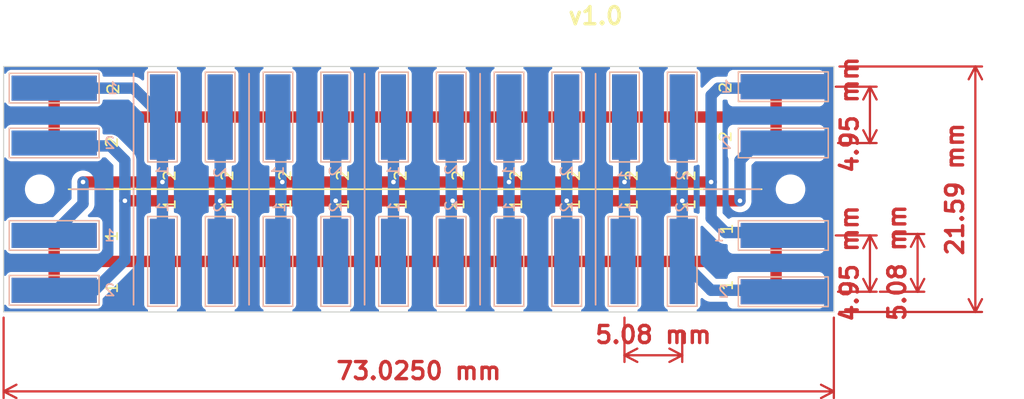
<source format=kicad_pcb>
(kicad_pcb (version 20241229) (generator "pcbnew") (generator_version "9.0")
  (layers (0 "F.Cu" signal) (2 "B.Cu" signal) (13 "F.Paste" user) (15 "B.Paste" user) (5 "F.SilkS" user "F.Silkscreen") (7 "B.SilkS" user "B.Silkscreen") (1 "F.Mask" user) (3 "B.Mask" user) (25 "Edge.Cuts" user))
  (net 0 "")
  (net 1 "Net-(J1-01-Pin_1)")
  (net 2 "Net-(J2-01-Pin_1)")
  (net 3 "Net-(J1-21-Pin_1)")
  (net 4 "Net-(J2-21-Pin_1)")
  (footprint "Wago:Pad_7.5x2.2mm" (layer "F.Cu") (at 133.35 78.74 90)
    (property "Reference" "J2-10" (hide yes))
    (property "Value" "2" (at -5.715 0.635 90) (layer "F.SilkS") (effects (justify left)))
    (fp_line (start 3.95 -1.3) (end 3.95 1.3) (stroke (width 0.12)) (layer "F.SilkS"))
    (fp_line (start -3.95 -1.3) (end 3.95 -1.3) (stroke (width 0.12)) (layer "F.SilkS"))
    (fp_line (start 3.95 1.3) (end -3.95 1.3) (stroke (width 0.12)) (layer "F.SilkS"))
    (fp_line (start -3.95 1.3) (end -3.95 -1.3) (stroke (width 0.12)) (layer "F.SilkS"))
    (pad "1" smd rect (at 0 0 90) (size 7.5 2.2) (layers "F.Cu" "F.Mask") (net 2 "Net-(J2-01-Pin_1)"))
  )
  (footprint "MountingHole:MountingHole_2.1mm" (layer "F.Cu") (at 86.995 85.09)
    (property "Reference" "H1" (hide yes))
    (property "Value" "MountingHole" (hide yes))
    (pad "" np_thru_hole circle (at 0 0) (size 2.1 2.1) (drill 2.1) (layers "*.Cu" "*.Mask"))
  )
  (footprint "Wago:Pad_7.5x2.2mm" (layer "F.Cu") (at 97.79 91.44 90)
    (property "Reference" "J1-03" (hide yes))
    (property "Value" "1" (at 4.445 0.635 90) (layer "F.SilkS") (effects (justify left)))
    (fp_line (start 3.95 -1.3) (end 3.95 1.3) (stroke (width 0.12)) (layer "F.SilkS"))
    (fp_line (start -3.95 -1.3) (end 3.95 -1.3) (stroke (width 0.12)) (layer "F.SilkS"))
    (fp_line (start 3.95 1.3) (end -3.95 1.3) (stroke (width 0.12)) (layer "F.SilkS"))
    (fp_line (start -3.95 1.3) (end -3.95 -1.3) (stroke (width 0.12)) (layer "F.SilkS"))
    (pad "1" smd rect (at 0 0 90) (size 7.5 2.2) (layers "F.Cu" "F.Mask") (net 1 "Net-(J1-01-Pin_1)"))
  )
  (footprint "Wago:Pad_7.5x2.2mm" (layer "F.Cu") (at 152.4 76.073)
    (property "Reference" "J2-18" (hide yes))
    (property "Value" "2" (at -5.08 0.635 90) (layer "F.SilkS") (effects (justify left)))
    (fp_line (start -3.95 -1.3) (end 3.95 -1.3) (stroke (width 0.12)) (layer "F.SilkS"))
    (fp_line (start -3.95 1.3) (end -3.95 -1.3) (stroke (width 0.12)) (layer "F.SilkS"))
    (fp_line (start 3.95 -1.3) (end 3.95 1.3) (stroke (width 0.12)) (layer "F.SilkS"))
    (fp_line (start 3.95 1.3) (end -3.95 1.3) (stroke (width 0.12)) (layer "F.SilkS"))
    (pad "1" smd rect (at 0 0) (size 7.5 2.2) (layers "F.Cu" "F.Mask") (net 2 "Net-(J2-01-Pin_1)"))
  )
  (footprint "Wago:Pad_7.5x2.2mm" (layer "F.Cu") (at 152.4 89.154)
    (property "Reference" "J1-19" (hide yes))
    (property "Value" "1" (at -4.953 0 90) (layer "F.SilkS") (effects (justify left)))
    (fp_line (start -3.95 -1.3) (end 3.95 -1.3) (stroke (width 0.12)) (layer "F.SilkS"))
    (fp_line (start -3.95 1.3) (end -3.95 -1.3) (stroke (width 0.12)) (layer "F.SilkS"))
    (fp_line (start 3.95 -1.3) (end 3.95 1.3) (stroke (width 0.12)) (layer "F.SilkS"))
    (fp_line (start 3.95 1.3) (end -3.95 1.3) (stroke (width 0.12)) (layer "F.SilkS"))
    (pad "1" smd rect (at 0 0) (size 7.5 2.2) (layers "F.Cu" "F.Mask") (net 1 "Net-(J1-01-Pin_1)"))
  )
  (footprint "Wago:Pad_7.5x2.2mm" (layer "F.Cu") (at 118.11 78.74 90)
    (property "Reference" "J2-07" (hide yes))
    (property "Value" "2" (at -5.715 0.635 90) (layer "F.SilkS") (effects (justify left)))
    (fp_line (start 3.95 -1.3) (end 3.95 1.3) (stroke (width 0.12)) (layer "F.SilkS"))
    (fp_line (start -3.95 -1.3) (end 3.95 -1.3) (stroke (width 0.12)) (layer "F.SilkS"))
    (fp_line (start 3.95 1.3) (end -3.95 1.3) (stroke (width 0.12)) (layer "F.SilkS"))
    (fp_line (start -3.95 1.3) (end -3.95 -1.3) (stroke (width 0.12)) (layer "F.SilkS"))
    (pad "1" smd rect (at 0 0 90) (size 7.5 2.2) (layers "F.Cu" "F.Mask") (net 2 "Net-(J2-01-Pin_1)"))
  )
  (footprint "Wago:Pad_7.5x2.2mm" (layer "F.Cu") (at 107.95 91.44 90)
    (property "Reference" "J1-05" (hide yes))
    (property "Value" "1" (at 4.445 0.635 90) (layer "F.SilkS") (effects (justify left)))
    (fp_line (start 3.95 -1.3) (end 3.95 1.3) (stroke (width 0.12)) (layer "F.SilkS"))
    (fp_line (start -3.95 -1.3) (end 3.95 -1.3) (stroke (width 0.12)) (layer "F.SilkS"))
    (fp_line (start 3.95 1.3) (end -3.95 1.3) (stroke (width 0.12)) (layer "F.SilkS"))
    (fp_line (start -3.95 1.3) (end -3.95 -1.3) (stroke (width 0.12)) (layer "F.SilkS"))
    (pad "1" smd rect (at 0 0 90) (size 7.5 2.2) (layers "F.Cu" "F.Mask") (net 1 "Net-(J1-01-Pin_1)"))
  )
  (footprint "Wago:Pad_7.5x2.2mm" (layer "F.Cu") (at 88.265 76.2)
    (property "Reference" "J2-01" (hide yes))
    (property "Value" "2" (at 5.207 0.635 90) (layer "F.SilkS") (effects (justify left)))
    (fp_line (start -3.95 -1.3) (end 3.95 -1.3) (stroke (width 0.12)) (layer "F.SilkS"))
    (fp_line (start -3.95 1.3) (end -3.95 -1.3) (stroke (width 0.12)) (layer "F.SilkS"))
    (fp_line (start 3.95 -1.3) (end 3.95 1.3) (stroke (width 0.12)) (layer "F.SilkS"))
    (fp_line (start 3.95 1.3) (end -3.95 1.3) (stroke (width 0.12)) (layer "F.SilkS"))
    (pad "1" smd rect (at 0 0) (size 7.5 2.2) (layers "F.Cu" "F.Mask") (net 2 "Net-(J2-01-Pin_1)"))
  )
  (footprint "Wago:Pad_7.5x2.2mm" (layer "F.Cu") (at 123.19 91.44 90)
    (property "Reference" "J1-08" (hide yes))
    (property "Value" "1" (at 4.445 0.635 90) (layer "F.SilkS") (effects (justify left)))
    (fp_line (start 3.95 -1.3) (end 3.95 1.3) (stroke (width 0.12)) (layer "F.SilkS"))
    (fp_line (start -3.95 -1.3) (end 3.95 -1.3) (stroke (width 0.12)) (layer "F.SilkS"))
    (fp_line (start 3.95 1.3) (end -3.95 1.3) (stroke (width 0.12)) (layer "F.SilkS"))
    (fp_line (start -3.95 1.3) (end -3.95 -1.3) (stroke (width 0.12)) (layer "F.SilkS"))
    (pad "1" smd rect (at 0 0 90) (size 7.5 2.2) (layers "F.Cu" "F.Mask") (net 1 "Net-(J1-01-Pin_1)"))
  )
  (footprint "Wago:Pad_7.5x2.2mm" (layer "F.Cu") (at 138.43 78.74 -90)
    (property "Reference" "J2-11" (hide yes))
    (property "Value" "2" (at 4.572 -0.635 90) (layer "F.SilkS") (effects (justify right)))
    (fp_line (start -3.95 1.3) (end -3.95 -1.3) (stroke (width 0.12)) (layer "F.SilkS"))
    (fp_line (start 3.95 1.3) (end -3.95 1.3) (stroke (width 0.12)) (layer "F.SilkS"))
    (fp_line (start -3.95 -1.3) (end 3.95 -1.3) (stroke (width 0.12)) (layer "F.SilkS"))
    (fp_line (start 3.95 -1.3) (end 3.95 1.3) (stroke (width 0.12)) (layer "F.SilkS"))
    (pad "1" smd rect (at 0 0 270) (size 7.5 2.2) (layers "F.Cu" "F.Mask") (net 2 "Net-(J2-01-Pin_1)"))
  )
  (footprint "Wago:Pad_7.5x2.2mm" (layer "F.Cu") (at 133.35 91.44 90)
    (property "Reference" "J1-10" (hide yes))
    (property "Value" "1" (at 4.445 0.635 90) (layer "F.SilkS") (effects (justify left)))
    (fp_line (start 3.95 -1.3) (end 3.95 1.3) (stroke (width 0.12)) (layer "F.SilkS"))
    (fp_line (start -3.95 -1.3) (end 3.95 -1.3) (stroke (width 0.12)) (layer "F.SilkS"))
    (fp_line (start 3.95 1.3) (end -3.95 1.3) (stroke (width 0.12)) (layer "F.SilkS"))
    (fp_line (start -3.95 1.3) (end -3.95 -1.3) (stroke (width 0.12)) (layer "F.SilkS"))
    (pad "1" smd rect (at 0 0 90) (size 7.5 2.2) (layers "F.Cu" "F.Mask") (net 1 "Net-(J1-01-Pin_1)"))
  )
  (footprint "Wago:Pad_7.5x2.2mm" (layer "F.Cu") (at 88.265 81.026)
    (property "Reference" "J2-02" (hide yes))
    (property "Value" "2" (at 5.08 0.508 90) (layer "F.SilkS") (effects (justify left)))
    (fp_line (start -3.95 -1.3) (end 3.95 -1.3) (stroke (width 0.12)) (layer "F.SilkS"))
    (fp_line (start -3.95 1.3) (end -3.95 -1.3) (stroke (width 0.12)) (layer "F.SilkS"))
    (fp_line (start 3.95 -1.3) (end 3.95 1.3) (stroke (width 0.12)) (layer "F.SilkS"))
    (fp_line (start 3.95 1.3) (end -3.95 1.3) (stroke (width 0.12)) (layer "F.SilkS"))
    (pad "1" smd rect (at 0 0) (size 7.5 2.2) (layers "F.Cu" "F.Mask") (net 2 "Net-(J2-01-Pin_1)"))
  )
  (footprint "Wago:Pad_7.5x2.2mm" (layer "F.Cu") (at 88.265 89.154)
    (property "Reference" "J1-02" (hide yes))
    (property "Value" "1" (at 5.08 0.635 90) (layer "F.SilkS") (effects (justify left)))
    (fp_line (start -3.95 -1.3) (end 3.95 -1.3) (stroke (width 0.12)) (layer "F.SilkS"))
    (fp_line (start -3.95 1.3) (end -3.95 -1.3) (stroke (width 0.12)) (layer "F.SilkS"))
    (fp_line (start 3.95 -1.3) (end 3.95 1.3) (stroke (width 0.12)) (layer "F.SilkS"))
    (fp_line (start 3.95 1.3) (end -3.95 1.3) (stroke (width 0.12)) (layer "F.SilkS"))
    (pad "1" smd rect (at 0 0) (size 7.5 2.2) (layers "F.Cu" "F.Mask") (net 1 "Net-(J1-01-Pin_1)"))
  )
  (footprint "Wago:Pad_7.5x2.2mm" (layer "F.Cu") (at 107.95 78.74 90)
    (property "Reference" "J2-05" (hide yes))
    (property "Value" "2" (at -5.715 0.635 90) (layer "F.SilkS") (effects (justify left)))
    (fp_line (start 3.95 -1.3) (end 3.95 1.3) (stroke (width 0.12)) (layer "F.SilkS"))
    (fp_line (start -3.95 -1.3) (end 3.95 -1.3) (stroke (width 0.12)) (layer "F.SilkS"))
    (fp_line (start 3.95 1.3) (end -3.95 1.3) (stroke (width 0.12)) (layer "F.SilkS"))
    (fp_line (start -3.95 1.3) (end -3.95 -1.3) (stroke (width 0.12)) (layer "F.SilkS"))
    (pad "1" smd rect (at 0 0 90) (size 7.5 2.2) (layers "F.Cu" "F.Mask") (net 2 "Net-(J2-01-Pin_1)"))
  )
  (footprint "Wago:Pad_7.5x2.2mm" (layer "F.Cu") (at 102.87 78.74 90)
    (property "Reference" "J2-04" (hide yes))
    (property "Value" "2" (at -5.715 0.635 90) (layer "F.SilkS") (effects (justify left)))
    (fp_line (start 3.95 -1.3) (end 3.95 1.3) (stroke (width 0.12)) (layer "F.SilkS"))
    (fp_line (start -3.95 -1.3) (end 3.95 -1.3) (stroke (width 0.12)) (layer "F.SilkS"))
    (fp_line (start 3.95 1.3) (end -3.95 1.3) (stroke (width 0.12)) (layer "F.SilkS"))
    (fp_line (start -3.95 1.3) (end -3.95 -1.3) (stroke (width 0.12)) (layer "F.SilkS"))
    (pad "1" smd rect (at 0 0 90) (size 7.5 2.2) (layers "F.Cu" "F.Mask") (net 2 "Net-(J2-01-Pin_1)"))
  )
  (footprint "Wago:Pad_7.5x2.2mm" (layer "F.Cu") (at 102.87 91.44 90)
    (property "Reference" "J1-04" (hide yes))
    (property "Value" "1" (at 4.445 0.635 90) (layer "F.SilkS") (effects (justify left)))
    (fp_line (start 3.95 -1.3) (end 3.95 1.3) (stroke (width 0.12)) (layer "F.SilkS"))
    (fp_line (start -3.95 -1.3) (end 3.95 -1.3) (stroke (width 0.12)) (layer "F.SilkS"))
    (fp_line (start 3.95 1.3) (end -3.95 1.3) (stroke (width 0.12)) (layer "F.SilkS"))
    (fp_line (start -3.95 1.3) (end -3.95 -1.3) (stroke (width 0.12)) (layer "F.SilkS"))
    (pad "1" smd rect (at 0 0 90) (size 7.5 2.2) (layers "F.Cu" "F.Mask") (net 1 "Net-(J1-01-Pin_1)"))
  )
  (footprint "Wago:Pad_7.5x2.2mm" (layer "F.Cu") (at 152.4 81.026)
    (property "Reference" "J2-19" (hide yes))
    (property "Value" "2" (at -5.08 0 90) (layer "F.SilkS") (effects (justify left)))
    (fp_line (start -3.95 -1.3) (end 3.95 -1.3) (stroke (width 0.12)) (layer "F.SilkS"))
    (fp_line (start -3.95 1.3) (end -3.95 -1.3) (stroke (width 0.12)) (layer "F.SilkS"))
    (fp_line (start 3.95 -1.3) (end 3.95 1.3) (stroke (width 0.12)) (layer "F.SilkS"))
    (fp_line (start 3.95 1.3) (end -3.95 1.3) (stroke (width 0.12)) (layer "F.SilkS"))
    (pad "1" smd rect (at 0 0) (size 7.5 2.2) (layers "F.Cu" "F.Mask") (net 2 "Net-(J2-01-Pin_1)"))
  )
  (footprint "Wago:Pad_7.5x2.2mm" (layer "F.Cu") (at 97.79 78.74 90)
    (property "Reference" "J2-03" (hide yes))
    (property "Value" "2" (at -5.715 0.635 90) (layer "F.SilkS") (effects (justify left)))
    (fp_line (start 3.95 -1.3) (end 3.95 1.3) (stroke (width 0.12)) (layer "F.SilkS"))
    (fp_line (start -3.95 -1.3) (end 3.95 -1.3) (stroke (width 0.12)) (layer "F.SilkS"))
    (fp_line (start 3.95 1.3) (end -3.95 1.3) (stroke (width 0.12)) (layer "F.SilkS"))
    (fp_line (start -3.95 1.3) (end -3.95 -1.3) (stroke (width 0.12)) (layer "F.SilkS"))
    (pad "1" smd rect (at 0 0 90) (size 7.5 2.2) (layers "F.Cu" "F.Mask") (net 2 "Net-(J2-01-Pin_1)"))
  )
  (footprint "Wago:Pad_7.5x2.2mm" (layer "F.Cu") (at 128.27 91.44 90)
    (property "Reference" "J1-09" (hide yes))
    (property "Value" "1" (at 4.445 0.635 90) (layer "F.SilkS") (effects (justify left)))
    (fp_line (start 3.95 -1.3) (end 3.95 1.3) (stroke (width 0.12)) (layer "F.SilkS"))
    (fp_line (start -3.95 -1.3) (end 3.95 -1.3) (stroke (width 0.12)) (layer "F.SilkS"))
    (fp_line (start 3.95 1.3) (end -3.95 1.3) (stroke (width 0.12)) (layer "F.SilkS"))
    (fp_line (start -3.95 1.3) (end -3.95 -1.3) (stroke (width 0.12)) (layer "F.SilkS"))
    (pad "1" smd rect (at 0 0 90) (size 7.5 2.2) (layers "F.Cu" "F.Mask") (net 1 "Net-(J1-01-Pin_1)"))
  )
  (footprint "Wago:Pad_7.5x2.2mm" (layer "F.Cu") (at 88.265 93.98)
    (property "Reference" "J1-01" (hide yes))
    (property "Value" "1" (at 5.08 0.381 90) (layer "F.SilkS") (effects (justify left)))
    (fp_line (start -3.95 -1.3) (end 3.95 -1.3) (stroke (width 0.12)) (layer "F.SilkS"))
    (fp_line (start -3.95 1.3) (end -3.95 -1.3) (stroke (width 0.12)) (layer "F.SilkS"))
    (fp_line (start 3.95 -1.3) (end 3.95 1.3) (stroke (width 0.12)) (layer "F.SilkS"))
    (fp_line (start 3.95 1.3) (end -3.95 1.3) (stroke (width 0.12)) (layer "F.SilkS"))
    (pad "1" smd rect (at 0 0) (size 7.5 2.2) (layers "F.Cu" "F.Mask") (net 1 "Net-(J1-01-Pin_1)"))
  )
  (footprint "Wago:Pad_7.5x2.2mm" (layer "F.Cu") (at 152.4 94.107)
    (property "Reference" "J1-18" (hide yes))
    (property "Value" "1" (at -4.953 0 90) (layer "F.SilkS") (effects (justify left)))
    (fp_line (start -3.95 -1.3) (end 3.95 -1.3) (stroke (width 0.12)) (layer "F.SilkS"))
    (fp_line (start -3.95 1.3) (end -3.95 -1.3) (stroke (width 0.12)) (layer "F.SilkS"))
    (fp_line (start 3.95 -1.3) (end 3.95 1.3) (stroke (width 0.12)) (layer "F.SilkS"))
    (fp_line (start 3.95 1.3) (end -3.95 1.3) (stroke (width 0.12)) (layer "F.SilkS"))
    (pad "1" smd rect (at 0 0) (size 7.5 2.2) (layers "F.Cu" "F.Mask") (net 1 "Net-(J1-01-Pin_1)"))
  )
  (footprint "Wago:Pad_7.5x2.2mm" (layer "F.Cu") (at 128.27 78.74 90)
    (property "Reference" "J2-09" (hide yes))
    (property "Value" "2" (at -5.715 0.635 90) (layer "F.SilkS") (effects (justify left)))
    (fp_line (start 3.95 -1.3) (end 3.95 1.3) (stroke (width 0.12)) (layer "F.SilkS"))
    (fp_line (start -3.95 -1.3) (end 3.95 -1.3) (stroke (width 0.12)) (layer "F.SilkS"))
    (fp_line (start 3.95 1.3) (end -3.95 1.3) (stroke (width 0.12)) (layer "F.SilkS"))
    (fp_line (start -3.95 1.3) (end -3.95 -1.3) (stroke (width 0.12)) (layer "F.SilkS"))
    (pad "1" smd rect (at 0 0 90) (size 7.5 2.2) (layers "F.Cu" "F.Mask") (net 2 "Net-(J2-01-Pin_1)"))
  )
  (footprint "Wago:Pad_7.5x2.2mm" (layer "F.Cu") (at 113.03 78.74 90)
    (property "Reference" "J2-06" (hide yes))
    (property "Value" "2" (at -5.715 0.635 90) (layer "F.SilkS") (effects (justify left)))
    (fp_line (start 3.95 -1.3) (end 3.95 1.3) (stroke (width 0.12)) (layer "F.SilkS"))
    (fp_line (start -3.95 -1.3) (end 3.95 -1.3) (stroke (width 0.12)) (layer "F.SilkS"))
    (fp_line (start 3.95 1.3) (end -3.95 1.3) (stroke (width 0.12)) (layer "F.SilkS"))
    (fp_line (start -3.95 1.3) (end -3.95 -1.3) (stroke (width 0.12)) (layer "F.SilkS"))
    (pad "1" smd rect (at 0 0 90) (size 7.5 2.2) (layers "F.Cu" "F.Mask") (net 2 "Net-(J2-01-Pin_1)"))
  )
  (footprint "Wago:Pad_7.5x2.2mm" (layer "F.Cu") (at 113.03 91.44 90)
    (property "Reference" "J1-06" (hide yes))
    (property "Value" "1" (at 4.445 0.635 90) (layer "F.SilkS") (effects (justify left)))
    (fp_line (start 3.95 -1.3) (end 3.95 1.3) (stroke (width 0.12)) (layer "F.SilkS"))
    (fp_line (start -3.95 -1.3) (end 3.95 -1.3) (stroke (width 0.12)) (layer "F.SilkS"))
    (fp_line (start 3.95 1.3) (end -3.95 1.3) (stroke (width 0.12)) (layer "F.SilkS"))
    (fp_line (start -3.95 1.3) (end -3.95 -1.3) (stroke (width 0.12)) (layer "F.SilkS"))
    (pad "1" smd rect (at 0 0 90) (size 7.5 2.2) (layers "F.Cu" "F.Mask") (net 1 "Net-(J1-01-Pin_1)"))
  )
  (footprint "Wago:Pad_7.5x2.2mm" (layer "F.Cu") (at 143.51 78.74 90)
    (property "Reference" "J2-12" (hide yes))
    (property "Value" "2" (at -5.715 0.635 90) (layer "F.SilkS") (effects (justify left)))
    (fp_line (start 3.95 -1.3) (end 3.95 1.3) (stroke (width 0.12)) (layer "F.SilkS"))
    (fp_line (start -3.95 -1.3) (end 3.95 -1.3) (stroke (width 0.12)) (layer "F.SilkS"))
    (fp_line (start 3.95 1.3) (end -3.95 1.3) (stroke (width 0.12)) (layer "F.SilkS"))
    (fp_line (start -3.95 1.3) (end -3.95 -1.3) (stroke (width 0.12)) (layer "F.SilkS"))
    (pad "1" smd rect (at 0 0 90) (size 7.5 2.2) (layers "F.Cu" "F.Mask") (net 2 "Net-(J2-01-Pin_1)"))
  )
  (footprint "Wago:Pad_7.5x2.2mm" (layer "F.Cu") (at 138.303 91.44 -90)
    (property "Reference" "J1-11" (hide yes))
    (property "Value" "1" (at -5.588 -0.762 90) (layer "F.SilkS") (effects (justify right)))
    (fp_line (start -3.95 1.3) (end -3.95 -1.3) (stroke (width 0.12)) (layer "F.SilkS"))
    (fp_line (start 3.95 1.3) (end -3.95 1.3) (stroke (width 0.12)) (layer "F.SilkS"))
    (fp_line (start -3.95 -1.3) (end 3.95 -1.3) (stroke (width 0.12)) (layer "F.SilkS"))
    (fp_line (start 3.95 -1.3) (end 3.95 1.3) (stroke (width 0.12)) (layer "F.SilkS"))
    (pad "1" smd rect (at 0 0 270) (size 7.5 2.2) (layers "F.Cu" "F.Mask") (net 1 "Net-(J1-01-Pin_1)"))
  )
  (footprint "Wago:Pad_7.5x2.2mm" (layer "F.Cu") (at 123.19 78.74 90)
    (property "Reference" "J2-08" (hide yes))
    (property "Value" "2" (at -5.715 0.635 90) (layer "F.SilkS") (effects (justify left)))
    (fp_line (start 3.95 -1.3) (end 3.95 1.3) (stroke (width 0.12)) (layer "F.SilkS"))
    (fp_line (start -3.95 -1.3) (end 3.95 -1.3) (stroke (width 0.12)) (layer "F.SilkS"))
    (fp_line (start 3.95 1.3) (end -3.95 1.3) (stroke (width 0.12)) (layer "F.SilkS"))
    (fp_line (start -3.95 1.3) (end -3.95 -1.3) (stroke (width 0.12)) (layer "F.SilkS"))
    (pad "1" smd rect (at 0 0 90) (size 7.5 2.2) (layers "F.Cu" "F.Mask") (net 2 "Net-(J2-01-Pin_1)"))
  )
  (footprint "Wago:Pad_7.5x2.2mm" (layer "F.Cu") (at 143.51 91.44 90)
    (property "Reference" "J1-12" (hide yes))
    (property "Value" "1" (at 4.445 0.635 90) (layer "F.SilkS") (effects (justify left)))
    (fp_line (start 3.95 -1.3) (end 3.95 1.3) (stroke (width 0.12)) (layer "F.SilkS"))
    (fp_line (start -3.95 -1.3) (end 3.95 -1.3) (stroke (width 0.12)) (layer "F.SilkS"))
    (fp_line (start 3.95 1.3) (end -3.95 1.3) (stroke (width 0.12)) (layer "F.SilkS"))
    (fp_line (start -3.95 1.3) (end -3.95 -1.3) (stroke (width 0.12)) (layer "F.SilkS"))
    (pad "1" smd rect (at 0 0 90) (size 7.5 2.2) (layers "F.Cu" "F.Mask") (net 1 "Net-(J1-01-Pin_1)"))
  )
  (footprint "Wago:Pad_7.5x2.2mm" (layer "F.Cu") (at 118.11 91.44 90)
    (property "Reference" "J1-07" (hide yes))
    (property "Value" "1" (at 4.445 0.635 90) (layer "F.SilkS") (effects (justify left)))
    (fp_line (start 3.95 -1.3) (end 3.95 1.3) (stroke (width 0.12)) (layer "F.SilkS"))
    (fp_line (start -3.95 -1.3) (end 3.95 -1.3) (stroke (width 0.12)) (layer "F.SilkS"))
    (fp_line (start 3.95 1.3) (end -3.95 1.3) (stroke (width 0.12)) (layer "F.SilkS"))
    (fp_line (start -3.95 1.3) (end -3.95 -1.3) (stroke (width 0.12)) (layer "F.SilkS"))
    (pad "1" smd rect (at 0 0 90) (size 7.5 2.2) (layers "F.Cu" "F.Mask") (net 1 "Net-(J1-01-Pin_1)"))
  )
  (footprint "MountingHole:MountingHole_2.1mm" (layer "F.Cu") (at 153.035 85.09)
    (property "Reference" "H3" (hide yes))
    (property "Value" "MountingHole" (hide yes))
    (pad "" np_thru_hole circle (at 0 0) (size 2.1 2.1) (drill 2.1) (layers "*.Cu" "*.Mask"))
  )
  (footprint "Wago:Pad_7.5x2.2mm" (layer "B.Cu") (at 152.4 76.073)
    (property "Reference" "J1-31" (hide yes))
    (property "Value" "1" (at -4.445 0 180) (layer "B.SilkS") (effects (justify left mirror)))
    (fp_line (start -3.95 -1.3) (end -3.95 1.3) (stroke (width 0.12)) (layer "B.SilkS"))
    (fp_line (start -3.95 1.3) (end 3.95 1.3) (stroke (width 0.12)) (layer "B.SilkS"))
    (fp_line (start 3.95 -1.3) (end -3.95 -1.3) (stroke (width 0.12)) (layer "B.SilkS"))
    (fp_line (start 3.95 1.3) (end 3.95 -1.3) (stroke (width 0.12)) (layer "B.SilkS"))
    (pad "1" smd rect (at 0 0) (size 7.5 2.2) (layers "B.Cu" "B.Mask") (net 3 "Net-(J1-21-Pin_1)"))
  )
  (footprint "Wago:Pad_7.5x2.2mm" (layer "B.Cu") (at 128.27 91.44 90)
    (property "Reference" "J1-30" (hide yes))
    (property "Value" "1" (at 4.191 0 90) (layer "B.SilkS") (effects (justify right mirror)))
    (fp_line (start 3.95 -1.3) (end -3.95 -1.3) (stroke (width 0.12)) (layer "B.SilkS"))
    (fp_line (start -3.95 -1.3) (end -3.95 1.3) (stroke (width 0.12)) (layer "B.SilkS"))
    (fp_line (start 3.95 1.3) (end 3.95 -1.3) (stroke (width 0.12)) (layer "B.SilkS"))
    (fp_line (start -3.95 1.3) (end 3.95 1.3) (stroke (width 0.12)) (layer "B.SilkS"))
    (pad "1" smd rect (at 0 0 90) (size 7.5 2.2) (layers "B.Cu" "B.Mask") (net 3 "Net-(J1-21-Pin_1)"))
  )
  (footprint "Wago:Pad_7.5x2.2mm" (layer "B.Cu") (at 107.95 78.74 90)
    (property "Reference" "J1-24" (hide yes))
    (property "Value" "1" (at -5.334 0 90) (layer "B.SilkS") (effects (justify right mirror)))
    (fp_line (start 3.95 -1.3) (end 3.95 1.3) (stroke (width 0.12)) (layer "B.SilkS"))
    (fp_line (start -3.95 -1.3) (end 3.95 -1.3) (stroke (width 0.12)) (layer "B.SilkS"))
    (fp_line (start 3.95 1.3) (end -3.95 1.3) (stroke (width 0.12)) (layer "B.SilkS"))
    (fp_line (start -3.95 1.3) (end -3.95 -1.3) (stroke (width 0.12)) (layer "B.SilkS"))
    (pad "1" smd rect (at 0 0 90) (size 7.5 2.2) (layers "B.Cu" "B.Mask") (net 3 "Net-(J1-21-Pin_1)"))
  )
  (footprint "Wago:Pad_7.5x2.2mm" (layer "B.Cu") (at 138.43 78.74 90)
    (property "Reference" "J1-38" (hide yes))
    (property "Value" "1" (at -5.715 0 90) (layer "B.SilkS") (effects (justify right mirror)))
    (fp_line (start 3.95 -1.3) (end -3.95 -1.3) (stroke (width 0.12)) (layer "B.SilkS"))
    (fp_line (start -3.95 -1.3) (end -3.95 1.3) (stroke (width 0.12)) (layer "B.SilkS"))
    (fp_line (start 3.95 1.3) (end 3.95 -1.3) (stroke (width 0.12)) (layer "B.SilkS"))
    (fp_line (start -3.95 1.3) (end 3.95 1.3) (stroke (width 0.12)) (layer "B.SilkS"))
    (pad "1" smd rect (at 0 0 90) (size 7.5 2.2) (layers "B.Cu" "B.Mask") (net 3 "Net-(J1-21-Pin_1)"))
  )
  (footprint "Wago:Pad_7.5x2.2mm" (layer "B.Cu") (at 152.4 89.154)
    (property "Reference" "J1-32" (hide yes))
    (property "Value" "1" (at -5.08 0 180) (layer "B.SilkS") (effects (justify left mirror)))
    (fp_line (start -3.95 -1.3) (end -3.95 1.3) (stroke (width 0.12)) (layer "B.SilkS"))
    (fp_line (start -3.95 1.3) (end 3.95 1.3) (stroke (width 0.12)) (layer "B.SilkS"))
    (fp_line (start 3.95 -1.3) (end -3.95 -1.3) (stroke (width 0.12)) (layer "B.SilkS"))
    (fp_line (start 3.95 1.3) (end 3.95 -1.3) (stroke (width 0.12)) (layer "B.SilkS"))
    (pad "1" smd rect (at 0 0) (size 7.5 2.2) (layers "B.Cu" "B.Mask") (net 3 "Net-(J1-21-Pin_1)"))
  )
  (footprint "Wago:Pad_7.5x2.2mm" (layer "B.Cu") (at 88.265 76.2)
    (property "Reference" "J1-21" (hide yes))
    (property "Value" "1" (at 4.572 0 0) (layer "B.SilkS") (effects (justify right mirror)))
    (fp_line (start -3.95 -1.3) (end 3.95 -1.3) (stroke (width 0.12)) (layer "B.SilkS"))
    (fp_line (start -3.95 1.3) (end -3.95 -1.3) (stroke (width 0.12)) (layer "B.SilkS"))
    (fp_line (start 3.95 -1.3) (end 3.95 1.3) (stroke (width 0.12)) (layer "B.SilkS"))
    (fp_line (start 3.95 1.3) (end -3.95 1.3) (stroke (width 0.12)) (layer "B.SilkS"))
    (pad "1" smd rect (at 0 0) (size 7.5 2.2) (layers "B.Cu" "B.Mask") (net 3 "Net-(J1-21-Pin_1)"))
  )
  (footprint "Wago:Pad_7.5x2.2mm" (layer "B.Cu") (at 152.4 94.107)
    (property "Reference" "J2-32" (hide yes))
    (property "Value" "2" (at -4.699 0 180) (layer "B.SilkS") (effects (justify left mirror)))
    (fp_line (start -3.95 -1.3) (end -3.95 1.3) (stroke (width 0.12)) (layer "B.SilkS"))
    (fp_line (start -3.95 1.3) (end 3.95 1.3) (stroke (width 0.12)) (layer "B.SilkS"))
    (fp_line (start 3.95 -1.3) (end -3.95 -1.3) (stroke (width 0.12)) (layer "B.SilkS"))
    (fp_line (start 3.95 1.3) (end 3.95 -1.3) (stroke (width 0.12)) (layer "B.SilkS"))
    (pad "1" smd rect (at 0 0) (size 7.5 2.2) (layers "B.Cu" "B.Mask") (net 4 "Net-(J2-21-Pin_1)"))
  )
  (footprint "Wago:Pad_7.5x2.2mm" (layer "B.Cu") (at 107.95 91.44 -90)
    (property "Reference" "J1-28" (hide yes))
    (property "Value" "1" (at -5.334 -0.127 90) (layer "B.SilkS") (effects (justify left mirror)))
    (fp_line (start -3.95 1.3) (end -3.95 -1.3) (stroke (width 0.12)) (layer "B.SilkS"))
    (fp_line (start 3.95 1.3) (end -3.95 1.3) (stroke (width 0.12)) (layer "B.SilkS"))
    (fp_line (start -3.95 -1.3) (end 3.95 -1.3) (stroke (width 0.12)) (layer "B.SilkS"))
    (fp_line (start 3.95 -1.3) (end 3.95 1.3) (stroke (width 0.12)) (layer "B.SilkS"))
    (pad "1" smd rect (at 0 0 270) (size 7.5 2.2) (layers "B.Cu" "B.Mask") (net 3 "Net-(J1-21-Pin_1)"))
  )
  (footprint "Wago:Pad_7.5x2.2mm" (layer "B.Cu") (at 133.35 91.44 90)
    (property "Reference" "J2-30" (hide yes))
    (property "Value" "2" (at 4.191 0 90) (layer "B.SilkS") (effects (justify right mirror)))
    (fp_line (start 3.95 -1.3) (end -3.95 -1.3) (stroke (width 0.12)) (layer "B.SilkS"))
    (fp_line (start -3.95 -1.3) (end -3.95 1.3) (stroke (width 0.12)) (layer "B.SilkS"))
    (fp_line (start 3.95 1.3) (end 3.95 -1.3) (stroke (width 0.12)) (layer "B.SilkS"))
    (fp_line (start -3.95 1.3) (end 3.95 1.3) (stroke (width 0.12)) (layer "B.SilkS"))
    (pad "1" smd rect (at 0 0 90) (size 7.5 2.2) (layers "B.Cu" "B.Mask") (net 4 "Net-(J2-21-Pin_1)"))
  )
  (footprint "Wago:Pad_7.5x2.2mm" (layer "B.Cu") (at 88.265 81.026)
    (property "Reference" "J2-21" (hide yes))
    (property "Value" "2" (at 5.461 0 180) (layer "B.SilkS") (effects (justify left mirror)))
    (fp_line (start -3.95 -1.3) (end -3.95 1.3) (stroke (width 0.12)) (layer "B.SilkS"))
    (fp_line (start -3.95 1.3) (end 3.95 1.3) (stroke (width 0.12)) (layer "B.SilkS"))
    (fp_line (start 3.95 -1.3) (end -3.95 -1.3) (stroke (width 0.12)) (layer "B.SilkS"))
    (fp_line (start 3.95 1.3) (end 3.95 -1.3) (stroke (width 0.12)) (layer "B.SilkS"))
    (pad "1" smd rect (at 0 0) (size 7.5 2.2) (layers "B.Cu" "B.Mask") (net 4 "Net-(J2-21-Pin_1)"))
  )
  (footprint "Wago:Pad_7.5x2.2mm" (layer "B.Cu") (at 152.4 81.026)
    (property "Reference" "J2-31" (hide yes))
    (property "Value" "2" (at -4.445 0 180) (layer "B.SilkS") (effects (justify left mirror)))
    (fp_line (start -3.95 -1.3) (end -3.95 1.3) (stroke (width 0.12)) (layer "B.SilkS"))
    (fp_line (start -3.95 1.3) (end 3.95 1.3) (stroke (width 0.12)) (layer "B.SilkS"))
    (fp_line (start 3.95 -1.3) (end -3.95 -1.3) (stroke (width 0.12)) (layer "B.SilkS"))
    (fp_line (start 3.95 1.3) (end 3.95 -1.3) (stroke (width 0.12)) (layer "B.SilkS"))
    (pad "1" smd rect (at 0 0) (size 7.5 2.2) (layers "B.Cu" "B.Mask") (net 4 "Net-(J2-21-Pin_1)"))
  )
  (footprint "Wago:Pad_7.5x2.2mm" (layer "B.Cu") (at 133.35 78.74 90)
    (property "Reference" "J2-26" (hide yes))
    (property "Value" "2" (at -5.334 0 90) (layer "B.SilkS") (effects (justify right mirror)))
    (fp_line (start 3.95 -1.3) (end -3.95 -1.3) (stroke (width 0.12)) (layer "B.SilkS"))
    (fp_line (start -3.95 -1.3) (end -3.95 1.3) (stroke (width 0.12)) (layer "B.SilkS"))
    (fp_line (start 3.95 1.3) (end 3.95 -1.3) (stroke (width 0.12)) (layer "B.SilkS"))
    (fp_line (start -3.95 1.3) (end 3.95 1.3) (stroke (width 0.12)) (layer "B.SilkS"))
    (pad "1" smd rect (at 0 0 90) (size 7.5 2.2) (layers "B.Cu" "B.Mask") (net 4 "Net-(J2-21-Pin_1)"))
  )
  (footprint "Wago:Pad_7.5x2.2mm" (layer "B.Cu") (at 97.79 91.44 -90)
    (property "Reference" "J1-27" (hide yes))
    (property "Value" "1" (at -5.334 0 90) (layer "B.SilkS") (effects (justify left mirror)))
    (fp_line (start -3.95 1.3) (end -3.95 -1.3) (stroke (width 0.12)) (layer "B.SilkS"))
    (fp_line (start 3.95 1.3) (end -3.95 1.3) (stroke (width 0.12)) (layer "B.SilkS"))
    (fp_line (start -3.95 -1.3) (end 3.95 -1.3) (stroke (width 0.12)) (layer "B.SilkS"))
    (fp_line (start 3.95 -1.3) (end 3.95 1.3) (stroke (width 0.12)) (layer "B.SilkS"))
    (pad "1" smd rect (at 0 0 270) (size 7.5 2.2) (layers "B.Cu" "B.Mask") (net 3 "Net-(J1-21-Pin_1)"))
  )
  (footprint "Wago:Pad_7.5x2.2mm" (layer "B.Cu") (at 138.303 91.44 90)
    (property "Reference" "J1-39" (hide yes))
    (property "Value" "1" (at 4.191 0.127 90) (layer "B.SilkS") (effects (justify right mirror)))
    (fp_line (start 3.95 -1.3) (end -3.95 -1.3) (stroke (width 0.12)) (layer "B.SilkS"))
    (fp_line (start -3.95 -1.3) (end -3.95 1.3) (stroke (width 0.12)) (layer "B.SilkS"))
    (fp_line (start 3.95 1.3) (end 3.95 -1.3) (stroke (width 0.12)) (layer "B.SilkS"))
    (fp_line (start -3.95 1.3) (end 3.95 1.3) (stroke (width 0.12)) (layer "B.SilkS"))
    (pad "1" smd rect (at 0 0 90) (size 7.5 2.2) (layers "B.Cu" "B.Mask") (net 3 "Net-(J1-21-Pin_1)"))
  )
  (footprint "Wago:Pad_7.5x2.2mm" (layer "B.Cu") (at 123.19 78.74 90)
    (property "Reference" "J2-25" (hide yes))
    (property "Value" "2" (at -5.207 0 90) (layer "B.SilkS") (effects (justify right mirror)))
    (fp_line (start 3.95 -1.3) (end -3.95 -1.3) (stroke (width 0.12)) (layer "B.SilkS"))
    (fp_line (start -3.95 -1.3) (end -3.95 1.3) (stroke (width 0.12)) (layer "B.SilkS"))
    (fp_line (start 3.95 1.3) (end 3.95 -1.3) (stroke (width 0.12)) (layer "B.SilkS"))
    (fp_line (start -3.95 1.3) (end 3.95 1.3) (stroke (width 0.12)) (layer "B.SilkS"))
    (pad "1" smd rect (at 0 0 90) (size 7.5 2.2) (layers "B.Cu" "B.Mask") (net 4 "Net-(J2-21-Pin_1)"))
  )
  (footprint "Wago:Pad_7.5x2.2mm" (layer "B.Cu") (at 102.87 91.44 90)
    (property "Reference" "J2-27" (hide yes))
    (property "Value" "2" (at 4.191 0 90) (layer "B.SilkS") (effects (justify right mirror)))
    (fp_line (start 3.95 -1.3) (end -3.95 -1.3) (stroke (width 0.12)) (layer "B.SilkS"))
    (fp_line (start -3.95 -1.3) (end -3.95 1.3) (stroke (width 0.12)) (layer "B.SilkS"))
    (fp_line (start 3.95 1.3) (end 3.95 -1.3) (stroke (width 0.12)) (layer "B.SilkS"))
    (fp_line (start -3.95 1.3) (end 3.95 1.3) (stroke (width 0.12)) (layer "B.SilkS"))
    (pad "1" smd rect (at 0 0 90) (size 7.5 2.2) (layers "B.Cu" "B.Mask") (net 4 "Net-(J2-21-Pin_1)"))
  )
  (footprint "Wago:Pad_7.5x2.2mm" (layer "B.Cu") (at 97.79 78.74 90)
    (property "Reference" "J1-23" (hide yes))
    (property "Value" "1" (at -5.334 0 90) (layer "B.SilkS") (effects (justify right mirror)))
    (fp_line (start 3.95 -1.3) (end 3.95 1.3) (stroke (width 0.12)) (layer "B.SilkS"))
    (fp_line (start -3.95 -1.3) (end 3.95 -1.3) (stroke (width 0.12)) (layer "B.SilkS"))
    (fp_line (start 3.95 1.3) (end -3.95 1.3) (stroke (width 0.12)) (layer "B.SilkS"))
    (fp_line (start -3.95 1.3) (end -3.95 -1.3) (stroke (width 0.12)) (layer "B.SilkS"))
    (pad "1" smd rect (at 0 0 90) (size 7.5 2.2) (layers "B.Cu" "B.Mask") (net 3 "Net-(J1-21-Pin_1)"))
  )
  (footprint "Wago:Pad_7.5x2.2mm" (layer "B.Cu") (at 113.03 78.74 90)
    (property "Reference" "J2-24" (hide yes))
    (property "Value" "2" (at -5.334 0 90) (layer "B.SilkS") (effects (justify right mirror)))
    (fp_line (start 3.95 -1.3) (end -3.95 -1.3) (stroke (width 0.12)) (layer "B.SilkS"))
    (fp_line (start -3.95 -1.3) (end -3.95 1.3) (stroke (width 0.12)) (layer "B.SilkS"))
    (fp_line (start 3.95 1.3) (end 3.95 -1.3) (stroke (width 0.12)) (layer "B.SilkS"))
    (fp_line (start -3.95 1.3) (end 3.95 1.3) (stroke (width 0.12)) (layer "B.SilkS"))
    (pad "1" smd rect (at 0 0 90) (size 7.5 2.2) (layers "B.Cu" "B.Mask") (net 4 "Net-(J2-21-Pin_1)"))
  )
  (footprint "Wago:Pad_7.5x2.2mm" (layer "B.Cu") (at 102.87 78.74 90)
    (property "Reference" "J2-23" (hide yes))
    (property "Value" "2" (at -5.461 0 90) (layer "B.SilkS") (effects (justify right mirror)))
    (fp_line (start 3.95 -1.3) (end -3.95 -1.3) (stroke (width 0.12)) (layer "B.SilkS"))
    (fp_line (start -3.95 -1.3) (end -3.95 1.3) (stroke (width 0.12)) (layer "B.SilkS"))
    (fp_line (start 3.95 1.3) (end 3.95 -1.3) (stroke (width 0.12)) (layer "B.SilkS"))
    (fp_line (start -3.95 1.3) (end 3.95 1.3) (stroke (width 0.12)) (layer "B.SilkS"))
    (pad "1" smd rect (at 0 0 90) (size 7.5 2.2) (layers "B.Cu" "B.Mask") (net 4 "Net-(J2-21-Pin_1)"))
  )
  (footprint "Wago:Pad_7.5x2.2mm" (layer "B.Cu") (at 118.11 91.44 -90)
    (property "Reference" "J1-29" (hide yes))
    (property "Value" "1" (at -5.334 0 90) (layer "B.SilkS") (effects (justify left mirror)))
    (fp_line (start -3.95 1.3) (end -3.95 -1.3) (stroke (width 0.12)) (layer "B.SilkS"))
    (fp_line (start 3.95 1.3) (end -3.95 1.3) (stroke (width 0.12)) (layer "B.SilkS"))
    (fp_line (start -3.95 -1.3) (end 3.95 -1.3) (stroke (width 0.12)) (layer "B.SilkS"))
    (fp_line (start 3.95 -1.3) (end 3.95 1.3) (stroke (width 0.12)) (layer "B.SilkS"))
    (pad "1" smd rect (at 0 0 270) (size 7.5 2.2) (layers "B.Cu" "B.Mask") (net 3 "Net-(J1-21-Pin_1)"))
  )
  (footprint "Wago:Pad_7.5x2.2mm" (layer "B.Cu") (at 113.03 91.44 90)
    (property "Reference" "J2-28" (hide yes))
    (property "Value" "2" (at 4.191 0 90) (layer "B.SilkS") (effects (justify right mirror)))
    (fp_line (start 3.95 -1.3) (end -3.95 -1.3) (stroke (width 0.12)) (layer "B.SilkS"))
    (fp_line (start -3.95 -1.3) (end -3.95 1.3) (stroke (width 0.12)) (layer "B.SilkS"))
    (fp_line (start 3.95 1.3) (end 3.95 -1.3) (stroke (width 0.12)) (layer "B.SilkS"))
    (fp_line (start -3.95 1.3) (end 3.95 1.3) (stroke (width 0.12)) (layer "B.SilkS"))
    (pad "1" smd rect (at 0 0 90) (size 7.5 2.2) (layers "B.Cu" "B.Mask") (net 4 "Net-(J2-21-Pin_1)"))
  )
  (footprint "Wago:Pad_7.5x2.2mm" (layer "B.Cu") (at 128.27 78.74 90)
    (property "Reference" "J1-26" (hide yes))
    (property "Value" "1" (at -5.334 0 90) (layer "B.SilkS") (effects (justify right mirror)))
    (fp_line (start 3.95 -1.3) (end 3.95 1.3) (stroke (width 0.12)) (layer "B.SilkS"))
    (fp_line (start -3.95 -1.3) (end 3.95 -1.3) (stroke (width 0.12)) (layer "B.SilkS"))
    (fp_line (start 3.95 1.3) (end -3.95 1.3) (stroke (width 0.12)) (layer "B.SilkS"))
    (fp_line (start -3.95 1.3) (end -3.95 -1.3) (stroke (width 0.12)) (layer "B.SilkS"))
    (pad "1" smd rect (at 0 0 90) (size 7.5 2.2) (layers "B.Cu" "B.Mask") (net 3 "Net-(J1-21-Pin_1)"))
  )
  (footprint "Wago:Pad_7.5x2.2mm" (layer "B.Cu") (at 88.265 89.154 180)
    (property "Reference" "J1-22" (hide yes))
    (property "Value" "1" (at -5.461 0 0) (layer "B.SilkS") (effects (justify left mirror)))
    (fp_line (start 3.95 1.3) (end 3.95 -1.3) (stroke (width 0.12)) (layer "B.SilkS"))
    (fp_line (start 3.95 -1.3) (end -3.95 -1.3) (stroke (width 0.12)) (layer "B.SilkS"))
    (fp_line (start -3.95 1.3) (end 3.95 1.3) (stroke (width 0.12)) (layer "B.SilkS"))
    (fp_line (start -3.95 -1.3) (end -3.95 1.3) (stroke (width 0.12)) (layer "B.SilkS"))
    (pad "1" smd rect (at 0 0 180) (size 7.5 2.2) (layers "B.Cu" "B.Mask") (net 3 "Net-(J1-21-Pin_1)"))
  )
  (footprint "Wago:Pad_7.5x2.2mm" (layer "B.Cu") (at 123.19 91.44 90)
    (property "Reference" "J2-29" (hide yes))
    (property "Value" "2" (at 4.318 0 90) (layer "B.SilkS") (effects (justify right mirror)))
    (fp_line (start 3.95 -1.3) (end -3.95 -1.3) (stroke (width 0.12)) (layer "B.SilkS"))
    (fp_line (start -3.95 -1.3) (end -3.95 1.3) (stroke (width 0.12)) (layer "B.SilkS"))
    (fp_line (start 3.95 1.3) (end 3.95 -1.3) (stroke (width 0.12)) (layer "B.SilkS"))
    (fp_line (start -3.95 1.3) (end 3.95 1.3) (stroke (width 0.12)) (layer "B.SilkS"))
    (pad "1" smd rect (at 0 0 90) (size 7.5 2.2) (layers "B.Cu" "B.Mask") (net 4 "Net-(J2-21-Pin_1)"))
  )
  (footprint "Wago:Pad_7.5x2.2mm" (layer "B.Cu") (at 143.51 78.74 90)
    (property "Reference" "J2-38" (hide yes))
    (property "Value" "2" (at -5.715 0 90) (layer "B.SilkS") (effects (justify right mirror)))
    (fp_line (start 3.95 -1.3) (end -3.95 -1.3) (stroke (width 0.12)) (layer "B.SilkS"))
    (fp_line (start -3.95 -1.3) (end -3.95 1.3) (stroke (width 0.12)) (layer "B.SilkS"))
    (fp_line (start 3.95 1.3) (end 3.95 -1.3) (stroke (width 0.12)) (layer "B.SilkS"))
    (fp_line (start -3.95 1.3) (end 3.95 1.3) (stroke (width 0.12)) (layer "B.SilkS"))
    (pad "1" smd rect (at 0 0 90) (size 7.5 2.2) (layers "B.Cu" "B.Mask") (net 4 "Net-(J2-21-Pin_1)"))
  )
  (footprint "Wago:Pad_7.5x2.2mm" (layer "B.Cu") (at 118.11 78.74 90)
    (property "Reference" "J1-25" (hide yes))
    (property "Value" "1" (at -5.334 0 90) (layer "B.SilkS") (effects (justify right mirror)))
    (fp_line (start 3.95 -1.3) (end 3.95 1.3) (stroke (width 0.12)) (layer "B.SilkS"))
    (fp_line (start -3.95 -1.3) (end 3.95 -1.3) (stroke (width 0.12)) (layer "B.SilkS"))
    (fp_line (start 3.95 1.3) (end -3.95 1.3) (stroke (width 0.12)) (layer "B.SilkS"))
    (fp_line (start -3.95 1.3) (end -3.95 -1.3) (stroke (width 0.12)) (layer "B.SilkS"))
    (pad "1" smd rect (at 0 0 90) (size 7.5 2.2) (layers "B.Cu" "B.Mask") (net 3 "Net-(J1-21-Pin_1)"))
  )
  (footprint "Wago:Pad_7.5x2.2mm" (layer "B.Cu") (at 88.265 93.98)
    (property "Reference" "J2-22" (hide yes))
    (property "Value" "2" (at 5.461 0 180) (layer "B.SilkS") (effects (justify left mirror)))
    (fp_line (start -3.95 -1.3) (end -3.95 1.3) (stroke (width 0.12)) (layer "B.SilkS"))
    (fp_line (start -3.95 1.3) (end 3.95 1.3) (stroke (width 0.12)) (layer "B.SilkS"))
    (fp_line (start 3.95 -1.3) (end -3.95 -1.3) (stroke (width 0.12)) (layer "B.SilkS"))
    (fp_line (start 3.95 1.3) (end 3.95 -1.3) (stroke (width 0.12)) (layer "B.SilkS"))
    (pad "1" smd rect (at 0 0) (size 7.5 2.2) (layers "B.Cu" "B.Mask") (net 4 "Net-(J2-21-Pin_1)"))
  )
  (footprint "Wago:Pad_7.5x2.2mm" (layer "B.Cu") (at 143.51 91.44 90)
    (property "Reference" "J2-39" (hide yes))
    (property "Value" "2" (at 4.191 0 90) (layer "B.SilkS") (effects (justify right mirror)))
    (fp_line (start 3.95 -1.3) (end -3.95 -1.3) (stroke (width 0.12)) (layer "B.SilkS"))
    (fp_line (start -3.95 -1.3) (end -3.95 1.3) (stroke (width 0.12)) (layer "B.SilkS"))
    (fp_line (start 3.95 1.3) (end 3.95 -1.3) (stroke (width 0.12)) (layer "B.SilkS"))
    (fp_line (start -3.95 1.3) (end 3.95 1.3) (stroke (width 0.12)) (layer "B.SilkS"))
    (pad "1" smd rect (at 0 0 90) (size 7.5 2.2) (layers "B.Cu" "B.Mask") (net 4 "Net-(J2-21-Pin_1)"))
  )
  (gr_line (start 89.535 85.09) (end 150.495 85.09) (stroke (width 0.15)) (layer "F.SilkS"))
  (gr_line (start 125.73 74.93) (end 125.73 95.25) (stroke (width 0.15)) (layer "B.SilkS"))
  (gr_line (start 135.89 74.93) (end 135.89 95.25) (stroke (width 0.15)) (layer "B.SilkS"))
  (gr_line (start 89.789 85.09) (end 92.71 85.09) (stroke (width 0.15)) (layer "B.SilkS"))
  (gr_line (start 95.25 74.93) (end 95.25 95.25) (stroke (width 0.15)) (layer "B.SilkS"))
  (gr_line (start 115.57 74.93) (end 115.57 95.25) (stroke (width 0.15)) (layer "B.SilkS"))
  (gr_line (start 105.41 74.93) (end 105.41 95.25) (stroke (width 0.15)) (layer "B.SilkS"))
  (gr_line (start 145.415 85.09) (end 150.368 85.09) (stroke (width 0.15)) (layer "B.SilkS"))
  (gr_line (start 156.845 74.295) (end 156.845 95.885) (stroke (width 0.1)) (layer "Edge.Cuts"))
  (gr_line (start 156.845 95.885) (end 83.82 95.885) (stroke (width 0.1)) (layer "Edge.Cuts"))
  (gr_line (start 83.82 95.885) (end 83.82 74.295) (stroke (width 0.1)) (layer "Edge.Cuts"))
  (gr_line (start 83.82 74.295) (end 156.845 74.295) (stroke (width 0.1)) (layer "Edge.Cuts"))
  (gr_text "v1.0" (at 135.89 69.85 0) (layer "F.SilkS") (effects (font (size 1.5 1.5) (thickness 0.3))))
  (dimension (type aligned) (layer "F.Cu") (pts (xy 83.82 95.885) (xy 156.845 95.885)) (height 6.985) (format (prefix "") (suffix "") (units 3) (units_format 1) (precision 4)) (style (thickness 0.2) (arrow_length 1.27) (text_position_mode 0) (arrow_direction outward) (extension_height 0.58642) (extension_offset 0.5) (keep_text_aligned yes)) (gr_text "73,0250 mm" (at 120.3325 101.07 0) (layer "F.Cu") (effects (font (size 1.5 1.5) (thickness 0.3)))))
  (dimension (type aligned) (layer "F.Cu") (pts (xy 156.845 74.295) (xy 156.845 95.885)) (height -12.446) (format (prefix "") (suffix "") (units 3) (units_format 1) (precision 2)) (style (thickness 0.2) (arrow_length 1.27) (text_position_mode 0) (arrow_direction outward) (extension_height 0.58642) (extension_offset 0.5) (keep_text_aligned yes)) (gr_text "21,59 mm" (at 167.491 85.09 90) (layer "F.Cu") (effects (font (size 1.5 1.5) (thickness 0.3)))))
  (dimension (type orthogonal) (layer "F.Cu") (pts (xy 160.401 94.107) (xy 161.671 89.027)) (height 3.81) (orientation 1) (format (prefix "") (suffix "") (units 3) (units_format 1) (precision 2)) (style (thickness 0.2) (arrow_length 1.27) (text_position_mode 0) (arrow_direction outward) (extension_height 0.58642) (extension_offset 0.5) (keep_text_aligned yes)) (gr_text "5,08 mm" (at 162.411 91.567 90) (layer "F.Cu") (effects (font (size 1.5 1.5) (thickness 0.3)))))
  (dimension (type orthogonal) (layer "F.Cu") (pts (xy 156.718 81.026) (xy 156.523 76.073)) (height 3.302) (orientation 1) (format (prefix "") (suffix "") (units 3) (units_format 1) (precision 2)) (style (thickness 0.2) (arrow_length 1.27) (text_position_mode 2) (arrow_direction outward) (extension_height 0.58642) (extension_offset 0.5) (keep_text_aligned yes)) (gr_text "4,95 mm" (at 158.22 78.5495 90) (layer "F.Cu") (effects (font (size 1.5 1.5) (thickness 0.3)))))
  (dimension (type orthogonal) (layer "F.Cu") (pts (xy 138.43 95.885) (xy 143.51 97.155)) (height 3.81) (orientation 0) (format (prefix "") (suffix "") (units 3) (units_format 1) (precision 2)) (style (thickness 0.2) (arrow_length 1.27) (text_position_mode 0) (arrow_direction outward) (extension_height 0.58642) (extension_offset 0.5) (keep_text_aligned yes)) (gr_text "5,08 mm" (at 140.97 97.895 0) (layer "F.Cu") (effects (font (size 1.5 1.5) (thickness 0.3)))))
  (dimension (type orthogonal) (layer "F.Cu") (pts (xy 156.718 94.107) (xy 156.523 89.154)) (height 3.302) (orientation 1) (format (prefix "") (suffix "") (units 3) (units_format 1) (precision 2)) (style (thickness 0.2) (arrow_length 1.27) (text_position_mode 2) (arrow_direction outward) (extension_height 0.58642) (extension_offset 0.5) (keep_text_aligned yes)) (gr_text "4,95 mm" (at 158.22 91.6305 90) (layer "F.Cu") (effects (font (size 1.5 1.5) (thickness 0.3)))))
  (segment (start 151.765 89.789) (end 152.4 89.154) (width 1) (layer "F.Cu") (net 1))
  (segment (start 151.765 93.345) (end 152.4 93.98) (width 1) (layer "F.Cu") (net 1))
  (segment (start 151.765 89.154) (end 151.511 88.9) (width 1) (layer "F.Cu") (net 1))
  (segment (start 151.765 91.44) (end 151.765 89.789) (width 1) (layer "F.Cu") (net 1))
  (segment (start 152.4 93.98) (end 152.4 94.107) (width 1) (layer "F.Cu") (net 1))
  (segment (start 152.4 89.154) (end 151.765 89.154) (width 1) (layer "F.Cu") (net 1))
  (segment (start 151.511 88.9) (end 151.13 88.9) (width 1) (layer "F.Cu") (net 1))
  (segment (start 88.265 93.345) (end 88.265 91.44) (width 1) (layer "F.Cu") (net 1))
  (segment (start 151.765 91.44) (end 151.765 93.345) (width 1) (layer "F.Cu") (net 1))
  (segment (start 88.265 91.44) (end 151.765 91.44) (width 1) (layer "F.Cu") (net 1))
  (segment (start 88.265 91.44) (end 88.265 89.154) (width 1) (layer "F.Cu") (net 1))
  (segment (start 151.765 76.835) (end 152.4 76.2) (width 1) (layer "F.Cu") (net 2))
  (segment (start 128.27 78.74) (end 97.79 78.74) (width 1) (layer "F.Cu") (net 2))
  (segment (start 151.765 78.74) (end 151.765 80.391) (width 1) (layer "F.Cu") (net 2))
  (segment (start 133.35 78.74) (end 151.765 78.74) (width 1) (layer "F.Cu") (net 2))
  (segment (start 152.4 76.2) (end 152.4 76.073) (width 1) (layer "F.Cu") (net 2))
  (segment (start 88.265 81.026) (end 88.265 76.835) (width 1) (layer "F.Cu") (net 2))
  (segment (start 97.79 78.74) (end 88.265 78.74) (width 1) (layer "F.Cu") (net 2))
  (segment (start 151.765 78.74) (end 151.765 76.835) (width 1) (layer "F.Cu") (net 2))
  (segment (start 128.27 78.74) (end 133.35 78.74) (width 1) (layer "F.Cu") (net 2))
  (segment (start 151.765 80.391) (end 152.4 81.026) (width 1) (layer "F.Cu") (net 2))
  (segment (start 108.331 84.455) (end 146.05 84.455) (width 1) (layer "F.Cu") (net 3))
  (segment (start 97.79 84.455) (end 108.331 84.455) (width 1) (layer "F.Cu") (net 3))
  (segment (start 90.805 84.455) (end 97.79 84.455) (width 1) (layer "F.Cu") (net 3))
  (via (at 146.05 84.455) (size 0.8) (drill 0.4) (layers "F.Cu" "B.Cu") (net 3))
  (via (at 128.27 84.455) (size 0.8) (drill 0.4) (layers "F.Cu" "B.Cu") (net 3))
  (via (at 108.331 84.455) (size 0.8) (drill 0.4) (layers "F.Cu" "B.Cu") (net 3))
  (via (at 97.79 84.455) (size 0.8) (drill 0.4) (layers "F.Cu" "B.Cu") (net 3))
  (via (at 90.805 84.455) (size 0.8) (drill 0.4) (layers "F.Cu" "B.Cu") (net 3))
  (via (at 138.43 84.455) (size 0.8) (drill 0.4) (layers "F.Cu" "B.Cu") (net 3))
  (via (at 118.11 84.455) (size 0.8) (drill 0.4) (layers "F.Cu" "B.Cu") (net 3))
  (segment (start 138.43 84.455) (end 138.43 91.44) (width 1) (layer "B.Cu") (net 3))
  (segment (start 97.79 78.74) (end 97.79 84.455) (width 1) (layer "B.Cu") (net 3))
  (segment (start 97.79 84.455) (end 97.79 91.44) (width 1) (layer "B.Cu") (net 3))
  (segment (start 88.265 88.9) (end 88.265 89.154) (width 1) (layer "B.Cu") (net 3))
  (segment (start 147.32 88.9) (end 146.05 87.63) (width 1) (layer "B.Cu") (net 3))
  (segment (start 88.265 76.2) (end 95.25 76.2) (width 1) (layer "B.Cu") (net 3))
  (segment (start 152.4 76.073) (end 152.273 76.2) (width 1) (layer "B.Cu") (net 3))
  (segment (start 95.25 76.2) (end 97.79 78.74) (width 1) (layer "B.Cu") (net 3))
  (segment (start 152.273 76.2) (end 146.685 76.2) (width 1) (layer "B.Cu") (net 3))
  (segment (start 146.05 87.63) (end 146.05 84.455) (width 1) (layer "B.Cu") (net 3))
  (segment (start 152.4 89.154) (end 151.765 89.154) (width 1) (layer "B.Cu") (net 3))
  (segment (start 151.511 88.9) (end 147.32 88.9) (width 1) (layer "B.Cu") (net 3))
  (segment (start 146.05 76.835) (end 146.05 84.455) (width 1) (layer "B.Cu") (net 3))
  (segment (start 128.27 78.74) (end 128.27 91.44) (width 1) (layer "B.Cu") (net 3))
  (segment (start 90.805 84.455) (end 90.805 86.36) (width 1) (layer "B.Cu") (net 3))
  (segment (start 151.765 89.154) (end 151.511 88.9) (width 1) (layer "B.Cu") (net 3))
  (segment (start 138.43 78.74) (end 138.43 84.455) (width 1) (layer "B.Cu") (net 3))
  (segment (start 118.11 78.74) (end 118.11 91.44) (width 1) (layer "B.Cu") (net 3))
  (segment (start 90.805 86.36) (end 88.265 88.9) (width 1) (layer "B.Cu") (net 3))
  (segment (start 146.685 76.2) (end 146.05 76.835) (width 1) (layer "B.Cu") (net 3))
  (segment (start 108.204 78.74) (end 108.204 91.44) (width 1) (layer "B.Cu") (net 3))
  (segment (start 123.317 86.106) (end 133.35 86.106) (width 1) (layer "F.Cu") (net 4))
  (segment (start 148.59 86.106) (end 133.35 86.106) (width 1) (layer "F.Cu") (net 4))
  (segment (start 94.488 86.106) (end 102.87 86.106) (width 1) (layer "F.Cu") (net 4))
  (segment (start 113.03 86.106) (end 123.317 86.106) (width 1) (layer "F.Cu") (net 4))
  (segment (start 102.87 86.106) (end 113.03 86.106) (width 1) (layer "F.Cu") (net 4))
  (via (at 113.03 86.106) (size 0.8) (drill 0.4) (layers "F.Cu" "B.Cu") (net 4))
  (via (at 94.488 86.106) (size 0.8) (drill 0.4) (layers "F.Cu" "B.Cu") (net 4))
  (via (at 123.317 86.106) (size 0.8) (drill 0.4) (layers "F.Cu" "B.Cu") (net 4))
  (via (at 148.59 86.106) (size 0.8) (drill 0.4) (layers "F.Cu" "B.Cu") (net 4))
  (via (at 102.87 86.106) (size 0.8) (drill 0.4) (layers "F.Cu" "B.Cu") (net 4))
  (via (at 133.35 86.106) (size 0.8) (drill 0.4) (layers "F.Cu" "B.Cu") (net 4))
  (via (at 143.51 86.106) (size 0.8) (drill 0.4) (layers "F.Cu" "B.Cu") (net 4))
  (segment (start 151.638 81.28) (end 151.765 81.153) (width 1) (layer "B.Cu") (net 4))
  (segment (start 143.51 86.106) (end 143.51 91.44) (width 1) (layer "B.Cu") (net 4))
  (segment (start 143.51 78.74) (end 143.51 86.106) (width 1) (layer "B.Cu") (net 4))
  (segment (start 94.488 86.106) (end 94.488 91.313) (width 1) (layer "B.Cu") (net 4))
  (segment (start 148.59 86.106) (end 148.59 82.55) (width 1) (layer "B.Cu") (net 4))
  (segment (start 91.821 93.98) (end 88.265 93.98) (width 1) (layer "B.Cu") (net 4))
  (segment (start 102.87 78.74) (end 102.87 91.44) (width 1) (layer "B.Cu") (net 4))
  (segment (start 133.35 78.74) (end 133.35 91.44) (width 1) (layer "B.Cu") (net 4))
  (segment (start 152.273 81.153) (end 152.4 81.026) (width 1) (layer "B.Cu") (net 4))
  (segment (start 123.19 78.74) (end 123.19 91.44) (width 1) (layer "B.Cu") (net 4))
  (segment (start 94.488 91.313) (end 91.821 93.98) (width 1) (layer "B.Cu") (net 4))
  (segment (start 94.488 86.106) (end 94.488 82.55) (width 1) (layer "B.Cu") (net 4))
  (segment (start 152.4 94.107) (end 152.273 93.98) (width 1) (layer "B.Cu") (net 4))
  (segment (start 148.59 82.55) (end 149.86 81.28) (width 1) (layer "B.Cu") (net 4))
  (segment (start 146.05 93.98) (end 143.51 91.44) (width 1) (layer "B.Cu") (net 4))
  (segment (start 88.519 81.28) (end 88.265 81.026) (width 1) (layer "B.Cu") (net 4))
  (segment (start 149.86 81.28) (end 151.638 81.28) (width 1) (layer "B.Cu") (net 4))
  (segment (start 113.03 78.74) (end 113.03 91.44) (width 1) (layer "B.Cu") (net 4))
  (segment (start 152.273 93.98) (end 146.05 93.98) (width 1) (layer "B.Cu") (net 4))
  (segment (start 94.488 82.55) (end 93.218 81.28) (width 1) (layer "B.Cu") (net 4))
  (segment (start 151.765 81.153) (end 152.273 81.153) (width 1) (layer "B.Cu") (net 4))
  (segment (start 93.218 81.28) (end 88.519 81.28) (width 1) (layer "B.Cu") (net 4))
  (zone (net 0) (net_name "") (layer "B.Cu") (connect_pads (clearance 0.508)) (min_thickness 0.254) (fill yes (thermal_gap 0.508) (thermal_bridge_width 0.508))
    (polygon (pts (xy 156.845 95.885) (xy 83.5025 95.885) (xy 83.82 74.295) (xy 156.845 74.295)))
  )
)
</source>
